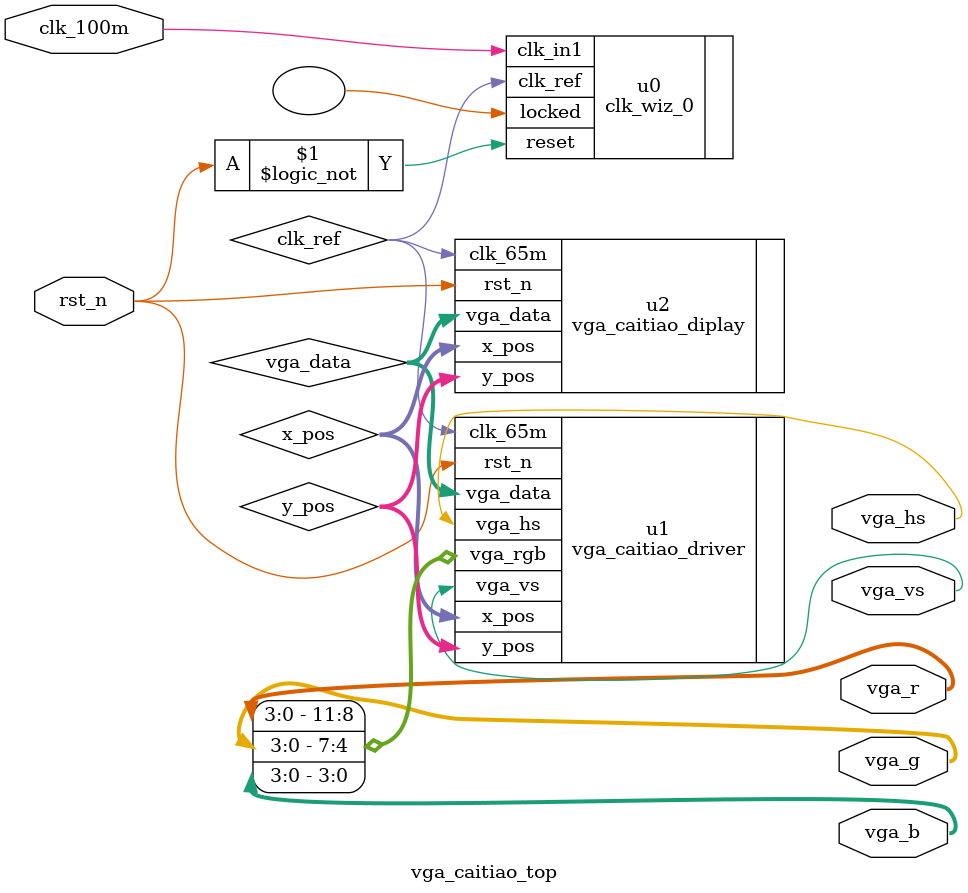
<source format=v>
`timescale 1ns / 1ps


module vga_caitiao_top(
    input clk_100m,
    input rst_n,
    output vga_hs,
    output vga_vs,
    output [3:0] vga_r,
    output [3:0] vga_g,
    output [3:0] vga_b
    );
    wire clk_ref;

    clk_wiz_0 u0
  (
  // Clock out ports  
  .clk_ref(clk_ref),
  // Status and control signals               
  .reset(!rst_n), 
  .locked(),
 // Clock in ports
  .clk_in1(clk_100m)
  );

    wire [11:0] vga_data;
    wire [11:0] x_pos;
    wire [11:0] y_pos;

    vga_caitiao_driver u1
    (
        .clk_65m(clk_ref),
        .rst_n(rst_n),
        .vga_data(vga_data),
        .vga_hs(vga_hs),
        .vga_vs(vga_vs),
        .vga_rgb({vga_r,vga_g,vga_b}),
        .x_pos(x_pos),
        .y_pos(y_pos)
    );

    vga_caitiao_diplay u2
    (
        .clk_65m(clk_ref),
        .rst_n(rst_n),
        .x_pos(x_pos),
        .y_pos(y_pos),
        .vga_data(vga_data)
    );
endmodule

</source>
